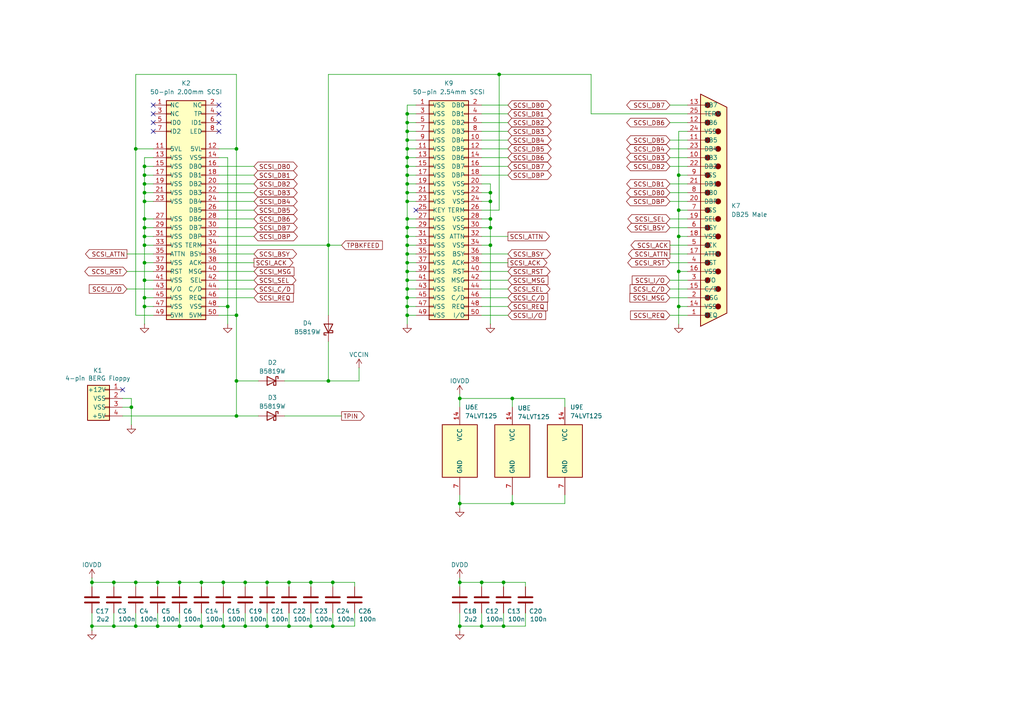
<source format=kicad_sch>
(kicad_sch (version 20231120) (generator "eeschema") (generator_version "8.0")
  (paper "A4")
  (title_block (title "SCSIknife OSHW") (date "2024-12-25") (rev "A") (company "©2024 Antoine Bercovici") (comment 1 "CERN Open Source Hardware Licence Version 2 - Strongly Reciprocal") (comment 2 "SCSIknife is a ZuluSCSI(TM) Pico OSHW derivative"))
  (lib_symbols
    (symbol "74xx:74LVC125" (pin_names (offset 1.016))
      (property "Reference" "U" (at 0 1.27 0))
      (property "Value" "74LVC125" (at 0 -1.27 0))
      (symbol "74LVC125_1_0"
        (pin input inverted (at 0 -6.35 90) (length 4.445) (name "~") (number "1"))
        (pin input line (at -7.62 0 0) (length 3.81) (name "~") (number "2"))
        (pin tri_state line (at 7.62 0 180) (length 3.81) (name "~") (number "3"))
      )
      (symbol "74LVC125_2_0"
        (pin input inverted (at 0 -6.35 90) (length 4.445) (name "~") (number "4"))
        (pin input line (at -7.62 0 0) (length 3.81) (name "~") (number "5"))
        (pin tri_state line (at 7.62 0 180) (length 3.81) (name "~") (number "6"))
      )
      (symbol "74LVC125_3_0"
        (pin input inverted (at 0 -6.35 90) (length 4.445) (name "~") (number "10"))
        (pin tri_state line (at 7.62 0 180) (length 3.81) (name "~") (number "8"))
        (pin input line (at -7.62 0 0) (length 3.81) (name "~") (number "9"))
      )
      (symbol "74LVC125_4_0"
        (pin tri_state line (at 7.62 0 180) (length 3.81) (name "~") (number "11"))
        (pin input line (at -7.62 0 0) (length 3.81) (name "~") (number "12"))
        (pin input inverted (at 0 -6.35 90) (length 4.445) (name "~") (number "13"))
      )
      (symbol "74LVC125_5_0"
        (pin power_in line (at 0 12.7 270) (length 5.08) (name "VCC") (number "14"))
        (pin power_in line (at 0 -12.7 90) (length 5.08) (name "GND") (number "7"))
      )
    )
    (symbol "Conn_02x25_Odd_Even_1" (pin_names (offset 1.016))
      (property "Reference" "K9" (at -0.635 36.83 0))
      (property "Value" "50-pin 2.54\" SCSI" (at -0.635 34.29 0))
      (symbol "Conn_02x25_Odd_Even_1_1_1"
        (pin passive line (at -10.16 30.48 0) (length 3.81) (name "VSS") (number "1"))
        (pin passive line (at 8.89 20.32 180) (length 3.81) (name "DB4") (number "10"))
        (pin passive line (at -10.16 17.78 0) (length 3.81) (name "VSS") (number "11"))
        (pin passive line (at 8.89 17.78 180) (length 3.81) (name "DB5") (number "12"))
        (pin passive line (at -10.16 15.24 0) (length 3.81) (name "VSS") (number "13"))
        (pin passive line (at 8.89 15.24 180) (length 3.81) (name "DB6") (number "14"))
        (pin passive line (at -10.16 12.7 0) (length 3.81) (name "VSS") (number "15"))
        (pin passive line (at 8.89 12.7 180) (length 3.81) (name "DB7") (number "16"))
        (pin passive line (at -10.16 10.16 0) (length 3.81) (name "VSS") (number "17"))
        (pin passive line (at 8.89 10.16 180) (length 3.81) (name "DBP") (number "18"))
        (pin passive line (at -10.16 7.62 0) (length 3.81) (name "VSS") (number "19"))
        (pin passive line (at 8.89 30.48 180) (length 3.81) (name "DB0") (number "2"))
        (pin passive line (at 8.89 7.62 180) (length 3.81) (name "VSS") (number "20"))
        (pin passive line (at -10.16 5.08 0) (length 3.81) (name "VSS") (number "21"))
        (pin passive line (at 8.89 5.08 180) (length 3.81) (name "VSS") (number "22"))
        (pin passive line (at -10.16 2.54 0) (length 3.81) (name "VSS") (number "23"))
        (pin passive line (at 8.89 2.54 180) (length 3.81) (name "VSS") (number "24"))
        (pin passive line (at -10.16 0 0) (length 3.81) (name "KEY") (number "25"))
        (pin passive line (at 8.89 0 180) (length 3.81) (name "TERM") (number "26"))
        (pin passive line (at -10.16 -2.54 0) (length 3.81) (name "VSS") (number "27"))
        (pin passive line (at 8.89 -2.54 180) (length 3.81) (name "VSS") (number "28"))
        (pin passive line (at -10.16 -5.08 0) (length 3.81) (name "VSS") (number "29"))
        (pin passive line (at -10.16 27.94 0) (length 3.81) (name "VSS") (number "3"))
        (pin passive line (at 8.89 -5.08 180) (length 3.81) (name "VSS") (number "30"))
        (pin passive line (at -10.16 -7.62 0) (length 3.81) (name "VSS") (number "31"))
        (pin passive line (at 8.89 -7.62 180) (length 3.81) (name "ATTN") (number "32"))
        (pin passive line (at -10.16 -10.16 0) (length 3.81) (name "VSS") (number "33"))
        (pin passive line (at 8.89 -10.16 180) (length 3.81) (name "VSS") (number "34"))
        (pin passive line (at -10.16 -12.7 0) (length 3.81) (name "VSS") (number "35"))
        (pin passive line (at 8.89 -12.7 180) (length 3.81) (name "BSY") (number "36"))
        (pin passive line (at -10.16 -15.24 0) (length 3.81) (name "VSS") (number "37"))
        (pin passive line (at 8.89 -15.24 180) (length 3.81) (name "ACK") (number "38"))
        (pin passive line (at -10.16 -17.78 0) (length 3.81) (name "VSS") (number "39"))
        (pin passive line (at 8.89 27.94 180) (length 3.81) (name "DB1") (number "4"))
        (pin passive line (at 8.89 -17.78 180) (length 3.81) (name "RST") (number "40"))
        (pin passive line (at -10.16 -20.32 0) (length 3.81) (name "VSS") (number "41"))
        (pin passive line (at 8.89 -20.32 180) (length 3.81) (name "MSG") (number "42"))
        (pin passive line (at -10.16 -22.86 0) (length 3.81) (name "VSS") (number "43"))
        (pin passive line (at 8.89 -22.86 180) (length 3.81) (name "SEL") (number "44"))
        (pin passive line (at -10.16 -25.4 0) (length 3.81) (name "VSS") (number "45"))
        (pin passive line (at 8.89 -25.4 180) (length 3.81) (name "C/D") (number "46"))
        (pin passive line (at -10.16 -27.94 0) (length 3.81) (name "VSS") (number "47"))
        (pin passive line (at 8.89 -27.94 180) (length 3.81) (name "REQ") (number "48"))
        (pin passive line (at -10.16 -30.48 0) (length 3.81) (name "VSS") (number "49"))
        (pin passive line (at -10.16 25.4 0) (length 3.81) (name "VSS") (number "5"))
        (pin passive line (at 8.89 -30.48 180) (length 3.81) (name "I/O") (number "50"))
        (pin passive line (at 8.89 25.4 180) (length 3.81) (name "DB2") (number "6"))
        (pin passive line (at -10.16 22.86 0) (length 3.81) (name "VSS") (number "7"))
        (pin passive line (at 8.89 22.86 180) (length 3.81) (name "DB3") (number "8"))
        (pin passive line (at -10.16 20.32 0) (length 3.81) (name "VSS") (number "9"))
      )
    )
    (symbol "Conn_02x25_Odd_Even_2" (pin_names (offset 1.016))
      (property "Reference" "K2" (at -0.635 36.83 0))
      (property "Value" "50-pin 2.00mm SCSI" (at -0.635 34.29 0))
      (symbol "Conn_02x25_Odd_Even_2_1_1"
        (pin passive line (at -10.16 30.48 0) (length 3.81) (name "NC") (number "1"))
        (pin passive line (at -10.16 17.78 0) (length 3.81) (name "5VL") (number "11"))
        (pin passive line (at 8.89 17.78 180) (length 3.81) (name "5VL") (number "12"))
        (pin passive line (at -10.16 15.24 0) (length 3.81) (name "VSS") (number "13"))
        (pin passive line (at 8.89 15.24 180) (length 3.81) (name "VSS") (number "14"))
        (pin passive line (at -10.16 12.7 0) (length 3.81) (name "VSS") (number "15"))
        (pin passive line (at 8.89 12.7 180) (length 3.81) (name "DB0") (number "16"))
        (pin passive line (at -10.16 10.16 0) (length 3.81) (name "VSS") (number "17"))
        (pin passive line (at 8.89 10.16 180) (length 3.81) (name "DB1") (number "18"))
        (pin passive line (at -10.16 7.62 0) (length 3.81) (name "VSS") (number "19"))
        (pin passive line (at 8.89 30.48 180) (length 3.81) (name "NC") (number "2"))
        (pin passive line (at 8.89 7.62 180) (length 3.81) (name "DB2") (number "20"))
        (pin passive line (at -10.16 5.08 0) (length 3.81) (name "VSS") (number "21"))
        (pin passive line (at 8.89 5.08 180) (length 3.81) (name "DB3") (number "22"))
        (pin passive line (at -10.16 2.54 0) (length 3.81) (name "VSS") (number "23"))
        (pin passive line (at 8.89 2.54 180) (length 3.81) (name "DB4") (number "24"))
        (pin passive line (at 8.89 0 180) (length 3.81) (name "DB5") (number "26"))
        (pin passive line (at -10.16 -2.54 0) (length 3.81) (name "VSS") (number "27"))
        (pin passive line (at 8.89 -2.54 180) (length 3.81) (name "DB6") (number "28"))
        (pin passive line (at -10.16 -5.08 0) (length 3.81) (name "VSS") (number "29"))
        (pin passive line (at -10.16 27.94 0) (length 3.81) (name "NC") (number "3"))
        (pin passive line (at 8.89 -5.08 180) (length 3.81) (name "DB7") (number "30"))
        (pin passive line (at -10.16 -7.62 0) (length 3.81) (name "VSS") (number "31"))
        (pin passive line (at 8.89 -7.62 180) (length 3.81) (name "DBP") (number "32"))
        (pin passive line (at -10.16 -10.16 0) (length 3.81) (name "VSS") (number "33"))
        (pin passive line (at 8.89 -10.16 180) (length 3.81) (name "TERM") (number "34"))
        (pin passive line (at -10.16 -12.7 0) (length 3.81) (name "ATTN") (number "35"))
        (pin passive line (at 8.89 -12.7 180) (length 3.81) (name "BSY") (number "36"))
        (pin passive line (at -10.16 -15.24 0) (length 3.81) (name "VSS") (number "37"))
        (pin passive line (at 8.89 -15.24 180) (length 3.81) (name "ACK") (number "38"))
        (pin passive line (at -10.16 -17.78 0) (length 3.81) (name "RST") (number "39"))
        (pin passive line (at 8.89 27.94 180) (length 3.81) (name "TP") (number "4"))
        (pin passive line (at 8.89 -17.78 180) (length 3.81) (name "MSG") (number "40"))
        (pin passive line (at -10.16 -20.32 0) (length 3.81) (name "VSS") (number "41"))
        (pin passive line (at 8.89 -20.32 180) (length 3.81) (name "SEL") (number "42"))
        (pin passive line (at -10.16 -22.86 0) (length 3.81) (name "I/O") (number "43"))
        (pin passive line (at 8.89 -22.86 180) (length 3.81) (name "C/D") (number "44"))
        (pin passive line (at -10.16 -25.4 0) (length 3.81) (name "VSS") (number "45"))
        (pin passive line (at 8.89 -25.4 180) (length 3.81) (name "REQ") (number "46"))
        (pin passive line (at -10.16 -27.94 0) (length 3.81) (name "VSS") (number "47"))
        (pin passive line (at 8.89 -27.94 180) (length 3.81) (name "VSS") (number "48"))
        (pin passive line (at -10.16 -30.48 0) (length 3.81) (name "5VM") (number "49"))
        (pin passive line (at -10.16 25.4 0) (length 3.81) (name "ID0") (number "5"))
        (pin passive line (at 8.89 -30.48 180) (length 3.81) (name "5VM") (number "50"))
        (pin passive line (at 8.89 25.4 180) (length 3.81) (name "ID1") (number "6"))
        (pin passive line (at -10.16 22.86 0) (length 3.81) (name "ID2") (number "7"))
        (pin passive line (at 8.89 22.86 180) (length 3.81) (name "LED") (number "8"))
      )
    )
    (symbol "Connector:DB25_Plug" (pin_names (offset 1.016))
      (property "Reference" "J3" (at 5.08 1.2701 0))
      (property "Value" "DB25_Plug" (at 5.08 -1.2699 0))
      (symbol "DB25_Plug_1_1"
        (pin passive line (at -7.62 -30.48 0) (length 3.81) (name "REQ") (number "1"))
        (pin passive line (at -7.62 15.24 0) (length 3.81) (name "DB3") (number "10"))
        (pin passive line (at -7.62 20.32 0) (length 3.81) (name "DB5") (number "11"))
        (pin passive line (at -7.62 25.4 0) (length 3.81) (name "DB6") (number "12"))
        (pin passive line (at -7.62 30.48 0) (length 3.81) (name "DB7") (number "13"))
        (pin passive line (at -7.62 -27.94 0) (length 3.81) (name "VSS") (number "14"))
        (pin passive line (at -7.62 -22.86 0) (length 3.81) (name "C/D") (number "15"))
        (pin passive line (at -7.62 -17.78 0) (length 3.81) (name "VSS") (number "16"))
        (pin passive line (at -7.62 -12.7 0) (length 3.81) (name "ATTN") (number "17"))
        (pin passive line (at -7.62 -7.62 0) (length 3.81) (name "VSS") (number "18"))
        (pin passive line (at -7.62 -2.54 0) (length 3.81) (name "SEL") (number "19"))
        (pin passive line (at -7.62 -25.4 0) (length 3.81) (name "MSG") (number "2"))
        (pin passive line (at -7.62 2.54 0) (length 3.81) (name "DBP") (number "20"))
        (pin passive line (at -7.62 7.62 0) (length 3.81) (name "DB1") (number "21"))
        (pin passive line (at -7.62 12.7 0) (length 3.81) (name "DB2") (number "22"))
        (pin passive line (at -7.62 17.78 0) (length 3.81) (name "DB4") (number "23"))
        (pin passive line (at -7.62 22.86 0) (length 3.81) (name "VSS") (number "24"))
        (pin passive line (at -7.62 27.94 0) (length 3.81) (name "TERM") (number "25"))
        (pin passive line (at -7.62 -20.32 0) (length 3.81) (name "I/O") (number "3"))
        (pin passive line (at -7.62 -15.24 0) (length 3.81) (name "RST") (number "4"))
        (pin passive line (at -7.62 -10.16 0) (length 3.81) (name "ACK") (number "5"))
        (pin passive line (at -7.62 -5.08 0) (length 3.81) (name "BSY") (number "6"))
        (pin passive line (at -7.62 0 0) (length 3.81) (name "VSS") (number "7"))
        (pin passive line (at -7.62 5.08 0) (length 3.81) (name "DB0") (number "8"))
        (pin passive line (at -7.62 10.16 0) (length 3.81) (name "VSS") (number "9"))
      )
    )
    (symbol "Connector_Generic:Conn_01x04" (pin_names (offset 1.016))
      (property "Reference" "J2" (at 2.54 0.0001 0))
      (property "Value" "Conn_01x04" (at 5.842 -1.27 0))
      (symbol "Conn_01x04_1_1"
        (pin passive line (at -5.08 2.54 0) (length 3.81) (name "+12V") (number "1"))
        (pin passive line (at -5.08 0 0) (length 3.81) (name "VSS") (number "2"))
        (pin passive line (at -5.08 -2.54 0) (length 3.81) (name "VSS") (number "3"))
        (pin passive line (at -5.08 -5.08 0) (length 3.81) (name "+5V") (number "4"))
      )
    )
    (symbol "Device:C" (pin_numbers hide) (pin_names (offset 0.254))
      (property "Reference" "C" (at 0.635 2.54 0))
      (property "Value" "C" (at 0.635 -2.54 0))
      (symbol "C_1_1"
        (pin passive line (at 0 3.81 270) (length 2.794) (name "~") (number "1"))
        (pin passive line (at 0 -3.81 90) (length 2.794) (name "~") (number "2"))
      )
    )
    (symbol "Diode:1N5819" (pin_numbers hide) (pin_names (offset 1.016) hide)
      (property "Reference" "D" (at 0 2.54 0))
      (property "Value" "1N5819" (at 0 -2.54 0))
      (symbol "1N5819_1_1"
        (pin passive line (at -3.81 0 0) (length 2.54) (name "K") (number "1"))
        (pin passive line (at 3.81 0 180) (length 2.54) (name "A") (number "2"))
      )
    )
    (symbol "power:GND" (power) (pin_numbers hide) (pin_names (offset 0) hide)
      (property "Value" "GND" (at 0 -3.81 0))
      (symbol "GND_1_1"
        (pin power_in line (at 0 0 270) (length 0) (name "~") (number "1"))
      )
    )
    (symbol "power:VCC" (power) (pin_numbers hide) (pin_names (offset 0) hide)
      (property "Value" "VCC" (at 0 3.556 0))
      (symbol "VCC_1_1"
        (pin power_in line (at 0 0 90) (length 0) (name "~") (number "1"))
      )
    )
  )
  (junction (at 68.58 110.49))
  (junction (at 41.91 55.88))
  (junction (at 148.59 115.57))
  (junction (at 33.02 168.91))
  (junction (at 58.42 181.61))
  (junction (at 90.17 168.91))
  (junction (at 68.58 91.44))
  (junction (at 146.05 181.61))
  (junction (at 41.91 86.36))
  (junction (at 41.91 66.04))
  (junction (at 77.47 181.61))
  (junction (at 83.82 181.61))
  (junction (at 41.91 71.12))
  (junction (at 41.91 76.2))
  (junction (at 41.91 50.8))
  (junction (at 118.11 35.56))
  (junction (at 142.24 66.04))
  (junction (at 196.85 50.8))
  (junction (at 41.91 58.42))
  (junction (at 95.25 110.49))
  (junction (at 196.85 68.58))
  (junction (at 90.17 181.61))
  (junction (at 142.24 58.42))
  (junction (at 118.11 81.28))
  (junction (at 118.11 38.1))
  (junction (at 133.35 115.57))
  (junction (at 118.11 66.04))
  (junction (at 45.72 181.61))
  (junction (at 118.11 55.88))
  (junction (at 146.05 168.91))
  (junction (at 118.11 83.82))
  (junction (at 68.58 120.65))
  (junction (at 133.35 146.05))
  (junction (at 142.24 71.12))
  (junction (at 58.42 168.91))
  (junction (at 38.1 118.11))
  (junction (at 41.91 88.9))
  (junction (at 118.11 86.36))
  (junction (at 71.12 181.61))
  (junction (at 41.91 68.58))
  (junction (at 41.91 48.26))
  (junction (at 45.72 168.91))
  (junction (at 118.11 88.9))
  (junction (at 95.25 71.12))
  (junction (at 148.59 146.05))
  (junction (at 139.7 168.91))
  (junction (at 142.24 55.88))
  (junction (at 118.11 68.58))
  (junction (at 118.11 91.44))
  (junction (at 52.07 168.91))
  (junction (at 133.35 181.61))
  (junction (at 196.85 88.9))
  (junction (at 118.11 48.26))
  (junction (at 118.11 58.42))
  (junction (at 118.11 63.5))
  (junction (at 118.11 73.66))
  (junction (at 41.91 63.5))
  (junction (at 66.04 88.9))
  (junction (at 71.12 168.91))
  (junction (at 68.58 43.18))
  (junction (at 39.37 181.61))
  (junction (at 118.11 50.8))
  (junction (at 83.82 168.91))
  (junction (at 39.37 168.91))
  (junction (at 118.11 43.18))
  (junction (at 96.52 181.61))
  (junction (at 133.35 168.91))
  (junction (at 118.11 33.02))
  (junction (at 64.77 181.61))
  (junction (at 26.67 181.61))
  (junction (at 118.11 53.34))
  (junction (at 142.24 63.5))
  (junction (at 118.11 40.64))
  (junction (at 118.11 71.12))
  (junction (at 41.91 53.34))
  (junction (at 96.52 168.91))
  (junction (at 118.11 78.74))
  (junction (at 196.85 60.96))
  (junction (at 77.47 168.91))
  (junction (at 118.11 45.72))
  (junction (at 39.37 43.18))
  (junction (at 139.7 181.61))
  (junction (at 26.67 168.91))
  (junction (at 41.91 81.28))
  (junction (at 118.11 76.2))
  (junction (at 144.78 21.59))
  (junction (at 64.77 168.91))
  (junction (at 52.07 181.61))
  (junction (at 33.02 181.61))
  (junction (at 196.85 78.74))
  (no_connect (at 44.45 38.1))
  (no_connect (at 44.45 33.02))
  (no_connect (at 63.5 30.48))
  (no_connect (at 63.5 35.56))
  (no_connect (at 35.56 113.03))
  (no_connect (at 63.5 33.02))
  (no_connect (at 44.45 30.48))
  (no_connect (at 63.5 38.1))
  (no_connect (at 44.45 35.56))
  (no_connect (at 120.65 60.96))
  (wire (pts (xy 64.77 177.8) (xy 64.77 181.61)))
  (wire (pts (xy 146.05 168.91) (xy 152.4 168.91)))
  (wire (pts (xy 148.59 146.05) (xy 163.83 146.05)))
  (wire (pts (xy 139.7 81.28) (xy 147.32 81.28)))
  (wire (pts (xy 95.25 21.59) (xy 144.78 21.59)))
  (wire (pts (xy 196.85 50.8) (xy 199.39 50.8)))
  (wire (pts (xy 144.78 21.59) (xy 171.45 21.59)))
  (wire (pts (xy 90.17 168.91) (xy 90.17 170.18)))
  (wire (pts (xy 63.5 88.9) (xy 66.04 88.9)))
  (wire (pts (xy 66.04 45.72) (xy 66.04 88.9)))
  (wire (pts (xy 118.11 68.58) (xy 120.65 68.58)))
  (wire (pts (xy 26.67 168.91) (xy 26.67 170.18)))
  (wire (pts (xy 139.7 78.74) (xy 147.32 78.74)))
  (wire (pts (xy 41.91 81.28) (xy 41.91 86.36)))
  (wire (pts (xy 118.11 76.2) (xy 120.65 76.2)))
  (wire (pts (xy 36.83 83.82) (xy 44.45 83.82)))
  (wire (pts (xy 196.85 68.58) (xy 199.39 68.58)))
  (wire (pts (xy 63.5 48.26) (xy 73.66 48.26)))
  (wire (pts (xy 63.5 81.28) (xy 73.66 81.28)))
  (wire (pts (xy 118.11 38.1) (xy 118.11 40.64)))
  (wire (pts (xy 36.83 73.66) (xy 44.45 73.66)))
  (wire (pts (xy 63.5 76.2) (xy 73.66 76.2)))
  (wire (pts (xy 95.25 71.12) (xy 99.06 71.12)))
  (wire (pts (xy 58.42 168.91) (xy 64.77 168.91)))
  (wire (pts (xy 26.67 181.61) (xy 33.02 181.61)))
  (wire (pts (xy 77.47 168.91) (xy 83.82 168.91)))
  (wire (pts (xy 39.37 43.18) (xy 44.45 43.18)))
  (wire (pts (xy 194.31 66.04) (xy 199.39 66.04)))
  (wire (pts (xy 118.11 53.34) (xy 120.65 53.34)))
  (wire (pts (xy 83.82 170.18) (xy 83.82 168.91)))
  (wire (pts (xy 90.17 168.91) (xy 96.52 168.91)))
  (wire (pts (xy 118.11 76.2) (xy 118.11 78.74)))
  (wire (pts (xy 194.31 71.12) (xy 199.39 71.12)))
  (wire (pts (xy 77.47 177.8) (xy 77.47 181.61)))
  (wire (pts (xy 41.91 55.88) (xy 44.45 55.88)))
  (wire (pts (xy 118.11 83.82) (xy 118.11 86.36)))
  (wire (pts (xy 68.58 21.59) (xy 68.58 43.18)))
  (wire (pts (xy 194.31 55.88) (xy 199.39 55.88)))
  (wire (pts (xy 139.7 76.2) (xy 147.32 76.2)))
  (wire (pts (xy 144.78 21.59) (xy 144.78 60.96)))
  (wire (pts (xy 120.65 50.8) (xy 118.11 50.8)))
  (wire (pts (xy 39.37 177.8) (xy 39.37 181.61)))
  (wire (pts (xy 52.07 181.61) (xy 58.42 181.61)))
  (wire (pts (xy 68.58 120.65) (xy 74.93 120.65)))
  (wire (pts (xy 133.35 168.91) (xy 133.35 170.18)))
  (wire (pts (xy 118.11 68.58) (xy 118.11 71.12)))
  (wire (pts (xy 118.11 88.9) (xy 120.65 88.9)))
  (wire (pts (xy 118.11 38.1) (xy 120.65 38.1)))
  (wire (pts (xy 196.85 88.9) (xy 196.85 93.98)))
  (wire (pts (xy 35.56 120.65) (xy 68.58 120.65)))
  (wire (pts (xy 118.11 48.26) (xy 118.11 50.8)))
  (wire (pts (xy 63.5 55.88) (xy 73.66 55.88)))
  (wire (pts (xy 139.7 91.44) (xy 147.32 91.44)))
  (wire (pts (xy 68.58 91.44) (xy 68.58 43.18)))
  (wire (pts (xy 194.31 58.42) (xy 199.39 58.42)))
  (wire (pts (xy 118.11 66.04) (xy 118.11 68.58)))
  (wire (pts (xy 196.85 78.74) (xy 199.39 78.74)))
  (wire (pts (xy 41.91 50.8) (xy 41.91 53.34)))
  (wire (pts (xy 194.31 86.36) (xy 199.39 86.36)))
  (wire (pts (xy 194.31 73.66) (xy 199.39 73.66)))
  (wire (pts (xy 41.91 58.42) (xy 44.45 58.42)))
  (wire (pts (xy 139.7 168.91) (xy 139.7 170.18)))
  (wire (pts (xy 171.45 33.02) (xy 199.39 33.02)))
  (wire (pts (xy 77.47 181.61) (xy 83.82 181.61)))
  (wire (pts (xy 118.11 45.72) (xy 118.11 48.26)))
  (wire (pts (xy 148.59 115.57) (xy 163.83 115.57)))
  (wire (pts (xy 41.91 88.9) (xy 41.91 93.98)))
  (wire (pts (xy 41.91 53.34) (xy 41.91 55.88)))
  (wire (pts (xy 96.52 168.91) (xy 96.52 170.18)))
  (wire (pts (xy 41.91 86.36) (xy 44.45 86.36)))
  (wire (pts (xy 118.11 86.36) (xy 118.11 88.9)))
  (wire (pts (xy 33.02 168.91) (xy 39.37 168.91)))
  (wire (pts (xy 58.42 168.91) (xy 58.42 170.18)))
  (wire (pts (xy 41.91 50.8) (xy 44.45 50.8)))
  (wire (pts (xy 139.7 58.42) (xy 142.24 58.42)))
  (wire (pts (xy 41.91 71.12) (xy 41.91 76.2)))
  (wire (pts (xy 171.45 21.59) (xy 171.45 33.02)))
  (wire (pts (xy 52.07 168.91) (xy 52.07 170.18)))
  (wire (pts (xy 142.24 53.34) (xy 142.24 55.88)))
  (wire (pts (xy 45.72 181.61) (xy 52.07 181.61)))
  (wire (pts (xy 41.91 63.5) (xy 41.91 66.04)))
  (wire (pts (xy 139.7 55.88) (xy 142.24 55.88)))
  (wire (pts (xy 194.31 53.34) (xy 199.39 53.34)))
  (wire (pts (xy 118.11 91.44) (xy 118.11 93.98)))
  (wire (pts (xy 133.35 167.64) (xy 133.35 168.91)))
  (wire (pts (xy 133.35 168.91) (xy 139.7 168.91)))
  (wire (pts (xy 139.7 66.04) (xy 142.24 66.04)))
  (wire (pts (xy 83.82 177.8) (xy 83.82 181.61)))
  (wire (pts (xy 41.91 53.34) (xy 44.45 53.34)))
  (wire (pts (xy 139.7 73.66) (xy 147.32 73.66)))
  (wire (pts (xy 118.11 58.42) (xy 118.11 63.5)))
  (wire (pts (xy 63.5 71.12) (xy 95.25 71.12)))
  (wire (pts (xy 194.31 63.5) (xy 199.39 63.5)))
  (wire (pts (xy 163.83 118.11) (xy 163.83 115.57)))
  (wire (pts (xy 82.55 110.49) (xy 95.25 110.49)))
  (wire (pts (xy 36.83 78.74) (xy 44.45 78.74)))
  (wire (pts (xy 68.58 110.49) (xy 74.93 110.49)))
  (wire (pts (xy 63.5 78.74) (xy 73.66 78.74)))
  (wire (pts (xy 139.7 43.18) (xy 147.32 43.18)))
  (wire (pts (xy 118.11 71.12) (xy 118.11 73.66)))
  (wire (pts (xy 194.31 30.48) (xy 199.39 30.48)))
  (wire (pts (xy 139.7 45.72) (xy 147.32 45.72)))
  (wire (pts (xy 133.35 181.61) (xy 139.7 181.61)))
  (wire (pts (xy 63.5 83.82) (xy 73.66 83.82)))
  (wire (pts (xy 194.31 45.72) (xy 199.39 45.72)))
  (wire (pts (xy 118.11 50.8) (xy 118.11 53.34)))
  (wire (pts (xy 118.11 83.82) (xy 120.65 83.82)))
  (wire (pts (xy 33.02 168.91) (xy 33.02 170.18)))
  (wire (pts (xy 44.45 91.44) (xy 39.37 91.44)))
  (wire (pts (xy 45.72 177.8) (xy 45.72 181.61)))
  (wire (pts (xy 35.56 115.57) (xy 38.1 115.57)))
  (wire (pts (xy 118.11 91.44) (xy 120.65 91.44)))
  (wire (pts (xy 26.67 168.91) (xy 33.02 168.91)))
  (wire (pts (xy 66.04 88.9) (xy 66.04 93.98)))
  (wire (pts (xy 139.7 30.48) (xy 147.32 30.48)))
  (wire (pts (xy 39.37 168.91) (xy 45.72 168.91)))
  (wire (pts (xy 41.91 86.36) (xy 41.91 88.9)))
  (wire (pts (xy 196.85 60.96) (xy 199.39 60.96)))
  (wire (pts (xy 120.65 30.48) (xy 118.11 30.48)))
  (wire (pts (xy 41.91 55.88) (xy 41.91 58.42)))
  (wire (pts (xy 52.07 168.91) (xy 58.42 168.91)))
  (wire (pts (xy 194.31 81.28) (xy 199.39 81.28)))
  (wire (pts (xy 118.11 33.02) (xy 120.65 33.02)))
  (wire (pts (xy 152.4 170.18) (xy 152.4 168.91)))
  (wire (pts (xy 35.56 118.11) (xy 38.1 118.11)))
  (wire (pts (xy 118.11 63.5) (xy 118.11 66.04)))
  (wire (pts (xy 148.59 143.51) (xy 148.59 146.05)))
  (wire (pts (xy 41.91 66.04) (xy 41.91 68.58)))
  (wire (pts (xy 83.82 181.61) (xy 90.17 181.61)))
  (wire (pts (xy 118.11 30.48) (xy 118.11 33.02)))
  (wire (pts (xy 41.91 76.2) (xy 41.91 81.28)))
  (wire (pts (xy 39.37 168.91) (xy 39.37 170.18)))
  (wire (pts (xy 63.5 43.18) (xy 68.58 43.18)))
  (wire (pts (xy 196.85 38.1) (xy 196.85 50.8)))
  (wire (pts (xy 64.77 168.91) (xy 71.12 168.91)))
  (wire (pts (xy 39.37 91.44) (xy 39.37 43.18)))
  (wire (pts (xy 41.91 88.9) (xy 44.45 88.9)))
  (wire (pts (xy 58.42 177.8) (xy 58.42 181.61)))
  (wire (pts (xy 63.5 66.04) (xy 73.66 66.04)))
  (wire (pts (xy 139.7 63.5) (xy 142.24 63.5)))
  (wire (pts (xy 142.24 66.04) (xy 142.24 71.12)))
  (wire (pts (xy 68.58 110.49) (xy 68.58 120.65)))
  (wire (pts (xy 139.7 50.8) (xy 147.32 50.8)))
  (wire (pts (xy 133.35 146.05) (xy 148.59 146.05)))
  (wire (pts (xy 196.85 68.58) (xy 196.85 78.74)))
  (wire (pts (xy 63.5 50.8) (xy 73.66 50.8)))
  (wire (pts (xy 152.4 177.8) (xy 152.4 181.61)))
  (wire (pts (xy 133.35 181.61) (xy 133.35 182.88)))
  (wire (pts (xy 95.25 21.59) (xy 95.25 71.12)))
  (wire (pts (xy 63.5 91.44) (xy 68.58 91.44)))
  (wire (pts (xy 118.11 55.88) (xy 118.11 58.42)))
  (wire (pts (xy 139.7 53.34) (xy 142.24 53.34)))
  (wire (pts (xy 118.11 43.18) (xy 120.65 43.18)))
  (wire (pts (xy 194.31 40.64) (xy 199.39 40.64)))
  (wire (pts (xy 118.11 86.36) (xy 120.65 86.36)))
  (wire (pts (xy 118.11 63.5) (xy 120.65 63.5)))
  (wire (pts (xy 63.5 60.96) (xy 73.66 60.96)))
  (wire (pts (xy 118.11 35.56) (xy 118.11 38.1)))
  (wire (pts (xy 118.11 78.74) (xy 118.11 81.28)))
  (wire (pts (xy 196.85 50.8) (xy 196.85 60.96)))
  (wire (pts (xy 63.5 45.72) (xy 66.04 45.72)))
  (wire (pts (xy 139.7 38.1) (xy 147.32 38.1)))
  (wire (pts (xy 95.25 71.12) (xy 95.25 91.44)))
  (wire (pts (xy 41.91 71.12) (xy 44.45 71.12)))
  (wire (pts (xy 83.82 168.91) (xy 90.17 168.91)))
  (wire (pts (xy 45.72 168.91) (xy 45.72 170.18)))
  (wire (pts (xy 139.7 86.36) (xy 147.32 86.36)))
  (wire (pts (xy 90.17 181.61) (xy 96.52 181.61)))
  (wire (pts (xy 63.5 63.5) (xy 73.66 63.5)))
  (wire (pts (xy 139.7 181.61) (xy 146.05 181.61)))
  (wire (pts (xy 139.7 83.82) (xy 147.32 83.82)))
  (wire (pts (xy 118.11 35.56) (xy 120.65 35.56)))
  (wire (pts (xy 33.02 181.61) (xy 39.37 181.61)))
  (wire (pts (xy 194.31 91.44) (xy 199.39 91.44)))
  (wire (pts (xy 118.11 88.9) (xy 118.11 91.44)))
  (wire (pts (xy 63.5 53.34) (xy 73.66 53.34)))
  (wire (pts (xy 199.39 38.1) (xy 196.85 38.1)))
  (wire (pts (xy 142.24 71.12) (xy 142.24 93.98)))
  (wire (pts (xy 118.11 48.26) (xy 120.65 48.26)))
  (wire (pts (xy 41.91 45.72) (xy 41.91 48.26)))
  (wire (pts (xy 26.67 181.61) (xy 26.67 182.88)))
  (wire (pts (xy 41.91 76.2) (xy 44.45 76.2)))
  (wire (pts (xy 148.59 115.57) (xy 148.59 118.11)))
  (wire (pts (xy 133.35 177.8) (xy 133.35 181.61)))
  (wire (pts (xy 41.91 58.42) (xy 41.91 63.5)))
  (wire (pts (xy 95.25 99.06) (xy 95.25 110.49)))
  (wire (pts (xy 41.91 63.5) (xy 44.45 63.5)))
  (wire (pts (xy 45.72 168.91) (xy 52.07 168.91)))
  (wire (pts (xy 41.91 48.26) (xy 44.45 48.26)))
  (wire (pts (xy 118.11 81.28) (xy 120.65 81.28)))
  (wire (pts (xy 139.7 35.56) (xy 147.32 35.56)))
  (wire (pts (xy 139.7 71.12) (xy 142.24 71.12)))
  (wire (pts (xy 133.35 115.57) (xy 148.59 115.57)))
  (wire (pts (xy 118.11 33.02) (xy 118.11 35.56)))
  (wire (pts (xy 142.24 63.5) (xy 142.24 66.04)))
  (wire (pts (xy 118.11 45.72) (xy 120.65 45.72)))
  (wire (pts (xy 139.7 60.96) (xy 144.78 60.96)))
  (wire (pts (xy 139.7 68.58) (xy 147.32 68.58)))
  (wire (pts (xy 77.47 168.91) (xy 77.47 170.18)))
  (wire (pts (xy 63.5 73.66) (xy 73.66 73.66)))
  (wire (pts (xy 96.52 177.8) (xy 96.52 181.61)))
  (wire (pts (xy 118.11 43.18) (xy 118.11 45.72)))
  (wire (pts (xy 118.11 40.64) (xy 118.11 43.18)))
  (wire (pts (xy 39.37 181.61) (xy 45.72 181.61)))
  (wire (pts (xy 96.52 168.91) (xy 102.87 168.91)))
  (wire (pts (xy 33.02 177.8) (xy 33.02 181.61)))
  (wire (pts (xy 194.31 35.56) (xy 199.39 35.56)))
  (wire (pts (xy 146.05 168.91) (xy 146.05 170.18)))
  (wire (pts (xy 139.7 40.64) (xy 147.32 40.64)))
  (wire (pts (xy 44.45 45.72) (xy 41.91 45.72)))
  (wire (pts (xy 52.07 177.8) (xy 52.07 181.61)))
  (wire (pts (xy 41.91 81.28) (xy 44.45 81.28)))
  (wire (pts (xy 26.67 167.64) (xy 26.67 168.91)))
  (wire (pts (xy 118.11 55.88) (xy 120.65 55.88)))
  (wire (pts (xy 90.17 177.8) (xy 90.17 181.61)))
  (wire (pts (xy 102.87 177.8) (xy 102.87 181.61)))
  (wire (pts (xy 71.12 168.91) (xy 77.47 168.91)))
  (wire (pts (xy 133.35 146.05) (xy 133.35 147.32)))
  (wire (pts (xy 133.35 114.3) (xy 133.35 115.57)))
  (wire (pts (xy 64.77 181.61) (xy 71.12 181.61)))
  (wire (pts (xy 118.11 58.42) (xy 120.65 58.42)))
  (wire (pts (xy 118.11 73.66) (xy 118.11 76.2)))
  (wire (pts (xy 118.11 71.12) (xy 120.65 71.12)))
  (wire (pts (xy 196.85 60.96) (xy 196.85 68.58)))
  (wire (pts (xy 118.11 81.28) (xy 118.11 83.82)))
  (wire (pts (xy 146.05 177.8) (xy 146.05 181.61)))
  (wire (pts (xy 41.91 68.58) (xy 41.91 71.12)))
  (wire (pts (xy 139.7 48.26) (xy 147.32 48.26)))
  (wire (pts (xy 196.85 78.74) (xy 196.85 88.9)))
  (wire (pts (xy 82.55 120.65) (xy 99.06 120.65)))
  (wire (pts (xy 118.11 66.04) (xy 120.65 66.04)))
  (wire (pts (xy 96.52 181.61) (xy 102.87 181.61)))
  (wire (pts (xy 64.77 181.61) (xy 58.42 181.61)))
  (wire (pts (xy 139.7 88.9) (xy 147.32 88.9)))
  (wire (pts (xy 68.58 91.44) (xy 68.58 110.49)))
  (wire (pts (xy 71.12 168.91) (xy 71.12 170.18)))
  (wire (pts (xy 95.25 110.49) (xy 104.14 110.49)))
  (wire (pts (xy 194.31 76.2) (xy 199.39 76.2)))
  (wire (pts (xy 41.91 66.04) (xy 44.45 66.04)))
  (wire (pts (xy 63.5 68.58) (xy 73.66 68.58)))
  (wire (pts (xy 64.77 168.91) (xy 64.77 170.18)))
  (wire (pts (xy 118.11 73.66) (xy 120.65 73.66)))
  (wire (pts (xy 41.91 68.58) (xy 44.45 68.58)))
  (wire (pts (xy 142.24 55.88) (xy 142.24 58.42)))
  (wire (pts (xy 163.83 143.51) (xy 163.83 146.05)))
  (wire (pts (xy 139.7 33.02) (xy 147.32 33.02)))
  (wire (pts (xy 38.1 118.11) (xy 38.1 123.19)))
  (wire (pts (xy 63.5 58.42) (xy 73.66 58.42)))
  (wire (pts (xy 118.11 78.74) (xy 120.65 78.74)))
  (wire (pts (xy 71.12 177.8) (xy 71.12 181.61)))
  (wire (pts (xy 71.12 181.61) (xy 77.47 181.61)))
  (wire (pts (xy 41.91 48.26) (xy 41.91 50.8)))
  (wire (pts (xy 39.37 21.59) (xy 68.58 21.59)))
  (wire (pts (xy 104.14 106.68) (xy 104.14 110.49)))
  (wire (pts (xy 142.24 58.42) (xy 142.24 63.5)))
  (wire (pts (xy 194.31 83.82) (xy 199.39 83.82)))
  (wire (pts (xy 118.11 53.34) (xy 118.11 55.88)))
  (wire (pts (xy 133.35 143.51) (xy 133.35 146.05)))
  (wire (pts (xy 139.7 168.91) (xy 146.05 168.91)))
  (wire (pts (xy 39.37 43.18) (xy 39.37 21.59)))
  (wire (pts (xy 133.35 115.57) (xy 133.35 118.11)))
  (wire (pts (xy 38.1 115.57) (xy 38.1 118.11)))
  (wire (pts (xy 146.05 181.61) (xy 152.4 181.61)))
  (wire (pts (xy 26.67 177.8) (xy 26.67 181.61)))
  (wire (pts (xy 194.31 48.26) (xy 199.39 48.26)))
  (wire (pts (xy 196.85 88.9) (xy 199.39 88.9)))
  (wire (pts (xy 139.7 177.8) (xy 139.7 181.61)))
  (wire (pts (xy 118.11 40.64) (xy 120.65 40.64)))
  (wire (pts (xy 63.5 86.36) (xy 73.66 86.36)))
  (wire (pts (xy 102.87 168.91) (xy 102.87 170.18)))
  (wire (pts (xy 194.31 43.18) (xy 199.39 43.18)))
  (global_label "SCSI_DB1" (shape bidirectional) (at 147.32 33.02 0) (property "Intersheetrefs" "${INTERSHEET_REFS}" (effects (hide yes))))
  (global_label "SCSI_I{slash}O" (shape input) (at 194.31 81.28 180) (property "Intersheetrefs" "${INTERSHEET_REFS}" (effects (hide yes))))
  (global_label "SCSI_DB6" (shape bidirectional) (at 147.32 45.72 0) (property "Intersheetrefs" "${INTERSHEET_REFS}" (effects (hide yes))))
  (global_label "SCSI_REQ" (shape input) (at 147.32 88.9 0) (property "Intersheetrefs" "${INTERSHEET_REFS}" (effects (hide yes))))
  (global_label "SCSI_DBP" (shape bidirectional) (at 73.66 68.58 0) (property "Intersheetrefs" "${INTERSHEET_REFS}" (effects (hide yes))))
  (global_label "SCSI_DB3" (shape bidirectional) (at 194.31 45.72 180) (property "Intersheetrefs" "${INTERSHEET_REFS}" (effects (hide yes))))
  (global_label "SCSI_DB0" (shape bidirectional) (at 147.32 30.48 0) (property "Intersheetrefs" "${INTERSHEET_REFS}" (effects (hide yes))))
  (global_label "SCSI_DBP" (shape bidirectional) (at 194.31 58.42 180) (property "Intersheetrefs" "${INTERSHEET_REFS}" (effects (hide yes))))
  (global_label "SCSI_DB1" (shape bidirectional) (at 73.66 50.8 0) (property "Intersheetrefs" "${INTERSHEET_REFS}" (effects (hide yes))))
  (global_label "SCSI_MSG" (shape input) (at 73.66 78.74 0) (property "Intersheetrefs" "${INTERSHEET_REFS}" (effects (hide yes))))
  (global_label "SCSI_DB3" (shape bidirectional) (at 73.66 55.88 0) (property "Intersheetrefs" "${INTERSHEET_REFS}" (effects (hide yes))))
  (global_label "SCSI_I{slash}O" (shape input) (at 147.32 91.44 0) (property "Intersheetrefs" "${INTERSHEET_REFS}" (effects (hide yes))))
  (global_label "SCSI_DB6" (shape bidirectional) (at 194.31 35.56 180) (property "Intersheetrefs" "${INTERSHEET_REFS}" (effects (hide yes))))
  (global_label "SCSI_DB0" (shape bidirectional) (at 73.66 48.26 0) (property "Intersheetrefs" "${INTERSHEET_REFS}" (effects (hide yes))))
  (global_label "SCSI_DB1" (shape bidirectional) (at 194.31 53.34 180) (property "Intersheetrefs" "${INTERSHEET_REFS}" (effects (hide yes))))
  (global_label "SCSI_DB5" (shape bidirectional) (at 147.32 43.18 0) (property "Intersheetrefs" "${INTERSHEET_REFS}" (effects (hide yes))))
  (global_label "SCSI_DB4" (shape bidirectional) (at 147.32 40.64 0) (property "Intersheetrefs" "${INTERSHEET_REFS}" (effects (hide yes))))
  (global_label "SCSI_RST" (shape bidirectional) (at 36.83 78.74 180) (property "Intersheetrefs" "${INTERSHEET_REFS}" (effects (hide yes))))
  (global_label "SCSI_SEL" (shape bidirectional) (at 194.31 63.5 180) (property "Intersheetrefs" "${INTERSHEET_REFS}" (effects (hide yes))))
  (global_label "SCSI_DB5" (shape bidirectional) (at 73.66 60.96 0) (property "Intersheetrefs" "${INTERSHEET_REFS}" (effects (hide yes))))
  (global_label "SCSI_DB7" (shape bidirectional) (at 194.31 30.48 180) (property "Intersheetrefs" "${INTERSHEET_REFS}" (effects (hide yes))))
  (global_label "SCSI_ACK" (shape output) (at 194.31 71.12 180) (property "Intersheetrefs" "${INTERSHEET_REFS}" (effects (hide yes))))
  (global_label "SCSI_DB4" (shape bidirectional) (at 194.31 43.18 180) (property "Intersheetrefs" "${INTERSHEET_REFS}" (effects (hide yes))))
  (global_label "SCSI_SEL" (shape bidirectional) (at 147.32 83.82 0) (property "Intersheetrefs" "${INTERSHEET_REFS}" (effects (hide yes))))
  (global_label "SCSI_DB5" (shape bidirectional) (at 194.31 40.64 180) (property "Intersheetrefs" "${INTERSHEET_REFS}" (effects (hide yes))))
  (global_label "SCSI_SEL" (shape bidirectional) (at 73.66 81.28 0) (property "Intersheetrefs" "${INTERSHEET_REFS}" (effects (hide yes))))
  (global_label "SCSI_ATTN" (shape output) (at 36.83 73.66 180) (property "Intersheetrefs" "${INTERSHEET_REFS}" (effects (hide yes))))
  (global_label "SCSI_RST" (shape bidirectional) (at 147.32 78.74 0) (property "Intersheetrefs" "${INTERSHEET_REFS}" (effects (hide yes))))
  (global_label "SCSI_BSY" (shape bidirectional) (at 147.32 73.66 0) (property "Intersheetrefs" "${INTERSHEET_REFS}" (effects (hide yes))))
  (global_label "SCSI_BSY" (shape bidirectional) (at 194.31 66.04 180) (property "Intersheetrefs" "${INTERSHEET_REFS}" (effects (hide yes))))
  (global_label "SCSI_ACK" (shape output) (at 147.32 76.2 0) (property "Intersheetrefs" "${INTERSHEET_REFS}" (effects (hide yes))))
  (global_label "SCSI_DB4" (shape bidirectional) (at 73.66 58.42 0) (property "Intersheetrefs" "${INTERSHEET_REFS}" (effects (hide yes))))
  (global_label "SCSI_DB2" (shape bidirectional) (at 73.66 53.34 0) (property "Intersheetrefs" "${INTERSHEET_REFS}" (effects (hide yes))))
  (global_label "SCSI_REQ" (shape input) (at 73.66 86.36 0) (property "Intersheetrefs" "${INTERSHEET_REFS}" (effects (hide yes))))
  (global_label "SCSI_DB0" (shape bidirectional) (at 194.31 55.88 180) (property "Intersheetrefs" "${INTERSHEET_REFS}" (effects (hide yes))))
  (global_label "SCSI_DB7" (shape bidirectional) (at 73.66 66.04 0) (property "Intersheetrefs" "${INTERSHEET_REFS}" (effects (hide yes))))
  (global_label "SCSI_REQ" (shape input) (at 194.31 91.44 180) (property "Intersheetrefs" "${INTERSHEET_REFS}" (effects (hide yes))))
  (global_label "TPBKFEED" (shape input) (at 99.06 71.12 0) (property "Intersheetrefs" "${INTERSHEET_REFS}" (effects (hide yes))))
  (global_label "SCSI_DB6" (shape bidirectional) (at 73.66 63.5 0) (property "Intersheetrefs" "${INTERSHEET_REFS}" (effects (hide yes))))
  (global_label "SCSI_ACK" (shape output) (at 73.66 76.2 0) (property "Intersheetrefs" "${INTERSHEET_REFS}" (effects (hide yes))))
  (global_label "SCSI_C{slash}D" (shape input) (at 194.31 83.82 180) (property "Intersheetrefs" "${INTERSHEET_REFS}" (effects (hide yes))))
  (global_label "SCSI_ATTN" (shape output) (at 147.32 68.58 0) (property "Intersheetrefs" "${INTERSHEET_REFS}" (effects (hide yes))))
  (global_label "SCSI_RST" (shape bidirectional) (at 194.31 76.2 180) (property "Intersheetrefs" "${INTERSHEET_REFS}" (effects (hide yes))))
  (global_label "SCSI_DB2" (shape bidirectional) (at 194.31 48.26 180) (property "Intersheetrefs" "${INTERSHEET_REFS}" (effects (hide yes))))
  (global_label "SCSI_C{slash}D" (shape input) (at 73.66 83.82 0) (property "Intersheetrefs" "${INTERSHEET_REFS}" (effects (hide yes))))
  (global_label "SCSI_C{slash}D" (shape input) (at 147.32 86.36 0) (property "Intersheetrefs" "${INTERSHEET_REFS}" (effects (hide yes))))
  (global_label "SCSI_I{slash}O" (shape input) (at 36.83 83.82 180) (property "Intersheetrefs" "${INTERSHEET_REFS}" (effects (hide yes))))
  (global_label "SCSI_MSG" (shape input) (at 147.32 81.28 0) (property "Intersheetrefs" "${INTERSHEET_REFS}" (effects (hide yes))))
  (global_label "SCSI_DB2" (shape bidirectional) (at 147.32 35.56 0) (property "Intersheetrefs" "${INTERSHEET_REFS}" (effects (hide yes))))
  (global_label "SCSI_DBP" (shape bidirectional) (at 147.32 50.8 0) (property "Intersheetrefs" "${INTERSHEET_REFS}" (effects (hide yes))))
  (global_label "SCSI_DB3" (shape bidirectional) (at 147.32 38.1 0) (property "Intersheetrefs" "${INTERSHEET_REFS}" (effects (hide yes))))
  (global_label "SCSI_ATTN" (shape output) (at 194.31 73.66 180) (property "Intersheetrefs" "${INTERSHEET_REFS}" (effects (hide yes))))
  (global_label "SCSI_DB7" (shape bidirectional) (at 147.32 48.26 0) (property "Intersheetrefs" "${INTERSHEET_REFS}" (effects (hide yes))))
  (global_label "SCSI_MSG" (shape input) (at 194.31 86.36 180) (property "Intersheetrefs" "${INTERSHEET_REFS}" (effects (hide yes))))
  (global_label "TPIN" (shape output) (at 99.06 120.65 0) (property "Intersheetrefs" "${INTERSHEET_REFS}" (effects (hide yes))))
  (global_label "SCSI_BSY" (shape bidirectional) (at 73.66 73.66 0) (property "Intersheetrefs" "${INTERSHEET_REFS}" (effects (hide yes))))
  (symbol (lib_id "power:GND") (at 66.04 93.98 0) (unit 1)
    (property "Reference" "#PWR078" (effects (hide yes)))
    (property "Value" "GND" (effects (hide yes)))
    (property "Description" "Power symbol creates a global label with name \"GND\" , ground" (effects (hide yes)))
  )
  (symbol (lib_id "Device:C") (at 146.05 173.99 0) (unit 1)
    (property "Reference" "C13" (at 147.066 177.292 0) (effects (justify left)))
    (property "Value" "100n" (at 147.32 179.578 0) (effects (justify left)))
    (property "Description" "Unpolarized capacitor" (effects (hide yes)))
  )
  (symbol (lib_id "power:VCC") (at 26.67 167.64 0) (unit 1)
    (property "Reference" "#PWR018" (effects (hide yes)))
    (property "Value" "IOVDD" (at 26.67 163.83 0))
    (property "Description" "Power symbol creates a global label with name \"VCC\"" (effects (hide yes)))
  )
  (symbol (lib_id "Device:C") (at 152.4 173.99 0) (unit 1)
    (property "Reference" "C20" (at 153.416 177.292 0) (effects (justify left)))
    (property "Value" "100n" (at 153.67 179.578 0) (effects (justify left)))
    (property "Description" "Unpolarized capacitor" (effects (hide yes)))
  )
  (symbol (lib_id "Device:C") (at 139.7 173.99 0) (unit 1)
    (property "Reference" "C12" (at 140.716 177.292 0) (effects (justify left)))
    (property "Value" "100n" (at 140.97 179.578 0) (effects (justify left)))
    (property "Description" "Unpolarized capacitor" (effects (hide yes)))
  )
  (symbol (lib_id "Diode:1N5819") (at 78.74 120.65 0) (mirror y) (unit 1)
    (property "Reference" "D3" (at 78.994 115.316 0))
    (property "Value" "B5819W" (at 78.994 117.856 0))
    (property "Footprint" "Diode_THT:D_DO-41_SOD81_P10.16mm_Horizontal" (effects (hide yes)))
    (property "Datasheet" "http://www.vishay.com/docs/88525/1n5817.pdf" (effects (hide yes)))
    (property "Description" "40V 1A Schottky Barrier Rectifier Diode, DO-41" (effects (hide yes)))
  )
  (symbol (lib_id "Device:C") (at 45.72 173.99 0) (unit 1)
    (property "Reference" "C5" (at 46.736 177.292 0) (effects (justify left)))
    (property "Value" "100n" (at 46.99 179.578 0) (effects (justify left)))
    (property "Description" "Unpolarized capacitor" (effects (hide yes)))
  )
  (symbol (lib_id "Device:C") (at 39.37 173.99 0) (unit 1)
    (property "Reference" "C4" (at 40.386 177.292 0) (effects (justify left)))
    (property "Value" "100n" (at 40.64 179.578 0) (effects (justify left)))
    (property "Description" "Unpolarized capacitor" (effects (hide yes)))
  )
  (symbol (lib_id "74xx:74LVC125") (at 163.83 130.81 0) (unit 5)
    (property "Reference" "U9" (at 165.354 118.11 0) (effects (justify left)))
    (property "Value" "74LVT125" (at 165.354 120.65 0) (effects (justify left)))
    (property "Datasheet" "http://www.ti.com/lit/gpn/sn74LVC125" (effects (hide yes)))
    (property "Description" "Quad buffer 3-State outputs" (effects (hide yes)))
  )
  (symbol (lib_id "74xx:74LVC125") (at 133.35 130.81 0) (unit 5)
    (property "Reference" "U6" (at 134.874 118.11 0) (effects (justify left)))
    (property "Value" "74LVT125" (at 134.874 120.65 0) (effects (justify left)))
    (property "Datasheet" "http://www.ti.com/lit/gpn/sn74LVC125" (effects (hide yes)))
    (property "Description" "Quad buffer 3-State outputs" (effects (hide yes)))
  )
  (symbol (lib_id "Diode:1N5819") (at 78.74 110.49 0) (mirror y) (unit 1)
    (property "Reference" "D2" (at 78.994 105.156 0))
    (property "Value" "B5819W" (at 78.994 107.696 0))
    (property "Footprint" "Diode_THT:D_DO-41_SOD81_P10.16mm_Horizontal" (effects (hide yes)))
    (property "Datasheet" "http://www.vishay.com/docs/88525/1n5817.pdf" (effects (hide yes)))
    (property "Description" "40V 1A Schottky Barrier Rectifier Diode, DO-41" (effects (hide yes)))
  )
  (symbol (lib_name "Conn_02x25_Odd_Even_1") (lib_id "Connector_Generic:Conn_02x25_Odd_Even") (at 130.81 60.96 0) (unit 1)
    (property "Reference" "K9" (at 130.175 24.13 0))
    (property "Value" "50-pin 2.54mm SCSI" (at 130.175 26.67 0))
    (property "Description" "Generic connector, double row, 02x25, odd/even pin numbering scheme (row 1 odd numbers, row 2 even numbers), script generated (kicad-library-utils/schlib/autogen/connector/)" (effects (hide yes)))
  )
  (symbol (lib_id "Connector:DB25_Plug") (at 207.01 60.96 0) (unit 1)
    (property "Reference" "K7" (at 212.09 59.6899 0) (effects (justify left)))
    (property "Value" "DB25 Male" (at 212.09 62.2299 0) (effects (justify left)))
    (property "Description" "25-pin male plug pin D-SUB connector" (effects (hide yes)))
  )
  (symbol (lib_id "power:GND") (at 133.35 182.88 0) (unit 1)
    (property "Reference" "#PWR041" (effects (hide yes)))
    (property "Value" "GND" (effects (hide yes)))
    (property "Description" "Power symbol creates a global label with name \"GND\" , ground" (effects (hide yes)))
  )
  (symbol (lib_id "Device:C") (at 133.35 173.99 0) (unit 1)
    (property "Reference" "C18" (at 134.366 177.292 0) (effects (justify left)))
    (property "Value" "2u2" (at 134.62 179.578 0) (effects (justify left)))
    (property "Description" "Unpolarized capacitor" (effects (hide yes)))
  )
  (symbol (lib_id "Connector_Generic:Conn_01x04") (at 30.48 115.57 0) (mirror y) (unit 1)
    (property "Reference" "K1" (at 29.718 107.442 0) (effects (justify left)))
    (property "Value" "4-pin BERG Floppy" (at 37.846 109.728 0) (effects (justify left)))
    (property "Description" "Generic connector, single row, 01x04, script generated (kicad-library-utils/schlib/autogen/connector/)" (effects (hide yes)))
  )
  (symbol (lib_id "power:GND") (at 26.67 182.88 0) (unit 1)
    (property "Reference" "#PWR019" (effects (hide yes)))
    (property "Value" "GND" (effects (hide yes)))
    (property "Description" "Power symbol creates a global label with name \"GND\" , ground" (effects (hide yes)))
  )
  (symbol (lib_id "power:VCC") (at 133.35 167.64 0) (unit 1)
    (property "Reference" "#PWR040" (effects (hide yes)))
    (property "Value" "DVDD" (at 133.35 163.83 0))
    (property "Description" "Power symbol creates a global label with name \"VCC\"" (effects (hide yes)))
  )
  (symbol (lib_id "power:VCC") (at 133.35 114.3 0) (unit 1)
    (property "Reference" "#PWR016" (effects (hide yes)))
    (property "Value" "IOVDD" (at 133.35 110.49 0))
    (property "Description" "Power symbol creates a global label with name \"VCC\"" (effects (hide yes)))
  )
  (symbol (lib_id "Device:C") (at 26.67 173.99 0) (unit 1)
    (property "Reference" "C17" (at 27.686 177.292 0) (effects (justify left)))
    (property "Value" "2u2" (at 27.94 179.578 0) (effects (justify left)))
    (property "Description" "Unpolarized capacitor" (effects (hide yes)))
  )
  (symbol (lib_id "Device:C") (at 77.47 173.99 0) (unit 1)
    (property "Reference" "C21" (at 78.486 177.292 0) (effects (justify left)))
    (property "Value" "100n" (at 78.74 179.578 0) (effects (justify left)))
    (property "Description" "Unpolarized capacitor" (effects (hide yes)))
  )
  (symbol (lib_id "Device:C") (at 52.07 173.99 0) (unit 1)
    (property "Reference" "C6" (at 53.086 177.292 0) (effects (justify left)))
    (property "Value" "100n" (at 53.34 179.578 0) (effects (justify left)))
    (property "Description" "Unpolarized capacitor" (effects (hide yes)))
  )
  (symbol (lib_id "Device:C") (at 58.42 173.99 0) (unit 1)
    (property "Reference" "C14" (at 59.436 177.292 0) (effects (justify left)))
    (property "Value" "100n" (at 59.69 179.578 0) (effects (justify left)))
    (property "Description" "Unpolarized capacitor" (effects (hide yes)))
  )
  (symbol (lib_id "power:GND") (at 133.35 147.32 0) (unit 1)
    (property "Reference" "#PWR017" (effects (hide yes)))
    (property "Value" "GND" (effects (hide yes)))
    (property "Description" "Power symbol creates a global label with name \"GND\" , ground" (effects (hide yes)))
  )
  (symbol (lib_id "power:GND") (at 118.11 93.98 0) (unit 1)
    (property "Reference" "#PWR075" (effects (hide yes)))
    (property "Value" "GND" (effects (hide yes)))
    (property "Description" "Power symbol creates a global label with name \"GND\" , ground" (effects (hide yes)))
  )
  (symbol (lib_id "Device:C") (at 33.02 173.99 0) (unit 1)
    (property "Reference" "C3" (at 34.036 177.292 0) (effects (justify left)))
    (property "Value" "100n" (at 34.29 179.578 0) (effects (justify left)))
    (property "Description" "Unpolarized capacitor" (effects (hide yes)))
  )
  (symbol (lib_id "power:GND") (at 38.1 123.19 0) (unit 1)
    (property "Reference" "#PWR080" (effects (hide yes)))
    (property "Value" "GND" (effects (hide yes)))
    (property "Description" "Power symbol creates a global label with name \"GND\" , ground" (effects (hide yes)))
  )
  (symbol (lib_id "74xx:74LVC125") (at 148.59 130.81 0) (unit 5)
    (property "Reference" "U8" (at 150.114 118.364 0) (effects (justify left)))
    (property "Value" "74LVT125" (at 150.114 120.904 0) (effects (justify left)))
    (property "Datasheet" "http://www.ti.com/lit/gpn/sn74LVC125" (effects (hide yes)))
    (property "Description" "Quad buffer 3-State outputs" (effects (hide yes)))
  )
  (symbol (lib_id "Device:C") (at 83.82 173.99 0) (unit 1)
    (property "Reference" "C22" (at 84.836 177.292 0) (effects (justify left)))
    (property "Value" "100n" (at 85.09 179.578 0) (effects (justify left)))
    (property "Description" "Unpolarized capacitor" (effects (hide yes)))
  )
  (symbol (lib_id "Diode:1N5819") (at 95.25 95.25 90) (unit 1)
    (property "Reference" "D4" (at 89.154 93.726 90))
    (property "Value" "B5819W" (at 89.154 96.266 90))
    (property "Footprint" "Diode_THT:D_DO-41_SOD81_P10.16mm_Horizontal" (effects (hide yes)))
    (property "Datasheet" "http://www.vishay.com/docs/88525/1n5817.pdf" (effects (hide yes)))
    (property "Description" "40V 1A Schottky Barrier Rectifier Diode, DO-41" (effects (hide yes)))
  )
  (symbol (lib_id "Device:C") (at 71.12 173.99 0) (unit 1)
    (property "Reference" "C19" (at 72.136 177.292 0) (effects (justify left)))
    (property "Value" "100n" (at 72.39 179.578 0) (effects (justify left)))
    (property "Description" "Unpolarized capacitor" (effects (hide yes)))
  )
  (symbol (lib_id "power:VCC") (at 104.14 106.68 0) (unit 1)
    (property "Reference" "#PWR081" (effects (hide yes)))
    (property "Value" "VCCIN" (at 104.14 102.87 0))
    (property "Description" "Power symbol creates a global label with name \"VCC\"" (effects (hide yes)))
  )
  (symbol (lib_id "power:GND") (at 41.91 93.98 0) (unit 1)
    (property "Reference" "#PWR079" (effects (hide yes)))
    (property "Value" "GND" (effects (hide yes)))
    (property "Description" "Power symbol creates a global label with name \"GND\" , ground" (effects (hide yes)))
  )
  (symbol (lib_id "power:GND") (at 142.24 93.98 0) (unit 1)
    (property "Reference" "#PWR076" (effects (hide yes)))
    (property "Value" "GND" (effects (hide yes)))
    (property "Description" "Power symbol creates a global label with name \"GND\" , ground" (effects (hide yes)))
  )
  (symbol (lib_id "Device:C") (at 102.87 173.99 0) (unit 1)
    (property "Reference" "C26" (at 103.886 177.292 0) (effects (justify left)))
    (property "Value" "100n" (at 104.14 179.578 0) (effects (justify left)))
    (property "Description" "Unpolarized capacitor" (effects (hide yes)))
  )
  (symbol (lib_id "Device:C") (at 64.77 173.99 0) (unit 1)
    (property "Reference" "C15" (at 65.786 177.292 0) (effects (justify left)))
    (property "Value" "100n" (at 66.04 179.578 0) (effects (justify left)))
    (property "Description" "Unpolarized capacitor" (effects (hide yes)))
  )
  (symbol (lib_name "Conn_02x25_Odd_Even_2") (lib_id "Connector_Generic:Conn_02x25_Odd_Even") (at 54.61 60.96 0) (unit 1)
    (property "Reference" "K2" (at 53.975 24.13 0))
    (property "Value" "50-pin 2.00mm SCSI" (at 53.975 26.67 0))
    (property "Description" "Generic connector, double row, 02x25, odd/even pin numbering scheme (row 1 odd numbers, row 2 even numbers), script generated (kicad-library-utils/schlib/autogen/connector/)" (effects (hide yes)))
  )
  (symbol (lib_id "Device:C") (at 90.17 173.99 0) (unit 1)
    (property "Reference" "C23" (at 91.186 177.292 0) (effects (justify left)))
    (property "Value" "100n" (at 91.44 179.578 0) (effects (justify left)))
    (property "Description" "Unpolarized capacitor" (effects (hide yes)))
  )
  (symbol (lib_id "Device:C") (at 96.52 173.99 0) (unit 1)
    (property "Reference" "C24" (at 97.536 177.292 0) (effects (justify left)))
    (property "Value" "100n" (at 97.79 179.578 0) (effects (justify left)))
    (property "Description" "Unpolarized capacitor" (effects (hide yes)))
  )
  (symbol (lib_id "power:GND") (at 196.85 93.98 0) (unit 1)
    (property "Reference" "#PWR077" (effects (hide yes)))
    (property "Value" "GND" (effects (hide yes)))
    (property "Description" "Power symbol creates a global label with name \"GND\" , ground" (effects (hide yes)))
  )
)
</source>
